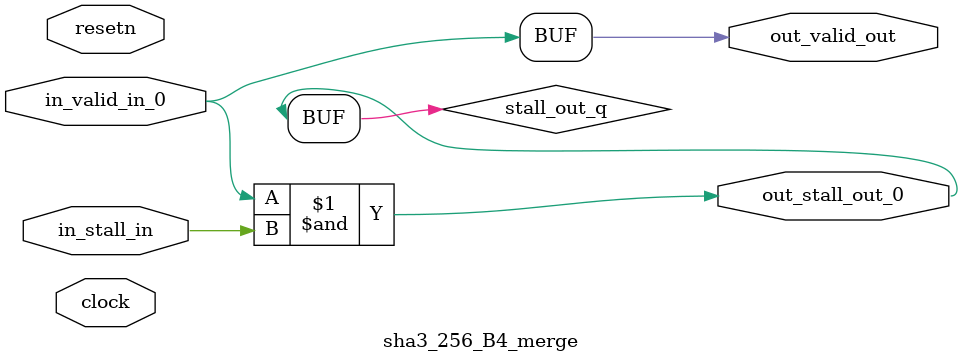
<source format=sv>



(* altera_attribute = "-name AUTO_SHIFT_REGISTER_RECOGNITION OFF; -name MESSAGE_DISABLE 10036; -name MESSAGE_DISABLE 10037; -name MESSAGE_DISABLE 14130; -name MESSAGE_DISABLE 14320; -name MESSAGE_DISABLE 15400; -name MESSAGE_DISABLE 14130; -name MESSAGE_DISABLE 10036; -name MESSAGE_DISABLE 12020; -name MESSAGE_DISABLE 12030; -name MESSAGE_DISABLE 12010; -name MESSAGE_DISABLE 12110; -name MESSAGE_DISABLE 14320; -name MESSAGE_DISABLE 13410; -name MESSAGE_DISABLE 113007; -name MESSAGE_DISABLE 10958" *)
module sha3_256_B4_merge (
    input wire [0:0] in_stall_in,
    input wire [0:0] in_valid_in_0,
    output wire [0:0] out_stall_out_0,
    output wire [0:0] out_valid_out,
    input wire clock,
    input wire resetn
    );

    wire [0:0] stall_out_q;


    // stall_out(LOGICAL,6)
    assign stall_out_q = in_valid_in_0 & in_stall_in;

    // out_stall_out_0(GPOUT,4)
    assign out_stall_out_0 = stall_out_q;

    // out_valid_out(GPOUT,5)
    assign out_valid_out = in_valid_in_0;

endmodule

</source>
